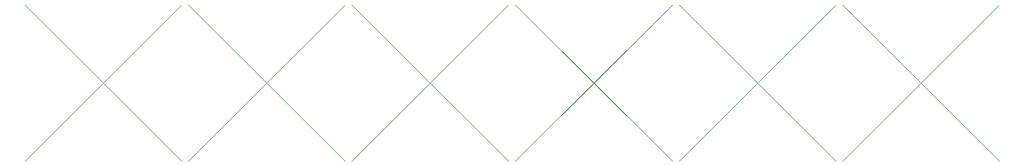
<source format=gbr>
%TF.GenerationSoftware,KiCad,Pcbnew,9.0.0*%
%TF.CreationDate,2025-03-31T12:11:15+01:00*%
%TF.ProjectId,vm_keycap_button_row_0.2,766d5f6b-6579-4636-9170-5f627574746f,v0.2*%
%TF.SameCoordinates,PX876bf80PY47868c0*%
%TF.FileFunction,AssemblyDrawing,Bot*%
%FSLAX45Y45*%
G04 Gerber Fmt 4.5, Leading zero omitted, Abs format (unit mm)*
G04 Created by KiCad (PCBNEW 9.0.0) date 2025-03-31 12:11:15*
%MOMM*%
%LPD*%
G01*
G04 APERTURE LIST*
%ADD10C,0.100000*%
G04 APERTURE END LIST*
D10*
X2642500Y957500D02*
X4557500Y-957500D01*
X2642500Y-957500D02*
X4557500Y957500D01*
X-5357500Y957500D02*
X-3442500Y-957500D01*
X-5357500Y-957500D02*
X-3442500Y957500D01*
X4642500Y957500D02*
X6557500Y-957500D01*
X4642500Y-957500D02*
X6557500Y957500D01*
X642500Y957500D02*
X2557500Y-957500D01*
X642500Y-957500D02*
X2557500Y957500D01*
X-1357500Y957500D02*
X557500Y-957500D01*
X-1357500Y-957500D02*
X557500Y957500D01*
X-3357500Y957500D02*
X-1442500Y-957500D01*
X-3357500Y-957500D02*
X-1442500Y957500D01*
M02*

</source>
